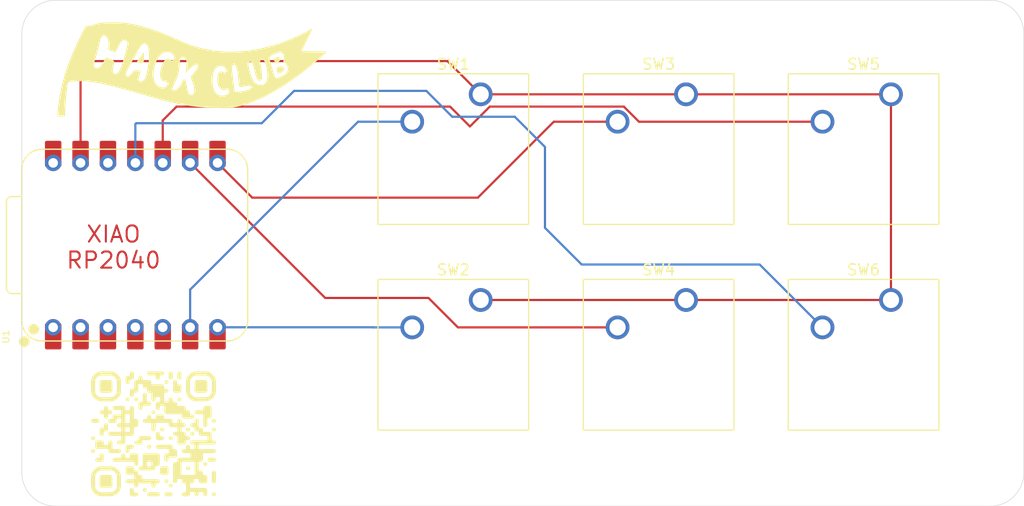
<source format=kicad_pcb>
(kicad_pcb (version 20241229) (generator "pcbnew") (generator_version "9.0")
  (layers (0 "F.Cu" signal) (2 "B.Cu" signal) (13 "F.Paste" user) (15 "B.Paste" user) (5 "F.SilkS" user "F.Silkscreen") (7 "B.SilkS" user "B.Silkscreen") (1 "F.Mask" user) (3 "B.Mask" user) (25 "Edge.Cuts" user))
  (net 0 "")
  (net 1 "GND")
  (net 2 "Net-(U1-GPIO7{slash}SCL)")
  (net 3 "Net-(U1-GPIO0{slash}TX)")
  (net 4 "Net-(U1-GPIO1{slash}RX)")
  (net 5 "Net-(U1-GPIO2{slash}SCK)")
  (net 6 "Net-(U1-GPIO4{slash}MISO)")
  (net 7 "Net-(U1-GPIO3{slash}MOSI)")
  (net 9 "+5V")
  (footprint "Button_Switch_Keyboard:SW_Cherry_MX_1.00u_PCB" (layer "F.Cu") (at 114.781 63.12)
    (property "Reference" "SW3" (at -2.54 -2.794 0) (layer "F.SilkS"))
    (property "Value" "SW_Push")
    (pad "" np_thru_hole circle (at -7.62 5.08) (size 1.7 1.7) (drill 1.7) (layers "*.Cu" "*.Mask"))
    (pad "" np_thru_hole circle (at -2.54 5.08) (size 4 4) (drill 4) (layers "*.Cu" "*.Mask"))
    (pad "" np_thru_hole circle (at 2.54 5.08) (size 1.7 1.7) (drill 1.7) (layers "*.Cu" "*.Mask"))
    (pad "1" thru_hole circle (at 0 0) (size 2.2 2.2) (drill 1.5) (layers "*.Cu" "*.Mask") (net 1 "GND"))
    (pad "2" thru_hole circle (at -6.35 2.54) (size 2.2 2.2) (drill 1.5) (layers "*.Cu" "*.Mask") (net 4 "Net-(U1-GPIO1{slash}RX)"))
  )
  (footprint "Button_Switch_Keyboard:SW_Cherry_MX_1.00u_PCB" (layer "F.Cu") (at 95.74 63.12)
    (property "Reference" "SW1" (at -2.54 -2.794 0) (layer "F.SilkS"))
    (property "Value" "SW_Push")
    (pad "" np_thru_hole circle (at -7.62 5.08) (size 1.7 1.7) (drill 1.7) (layers "*.Cu" "*.Mask"))
    (pad "" np_thru_hole circle (at -2.54 5.08) (size 4 4) (drill 4) (layers "*.Cu" "*.Mask"))
    (pad "" np_thru_hole circle (at 2.54 5.08) (size 1.7 1.7) (drill 1.7) (layers "*.Cu" "*.Mask"))
    (pad "1" thru_hole circle (at 0 0) (size 2.2 2.2) (drill 1.5) (layers "*.Cu" "*.Mask") (net 1 "GND"))
    (pad "2" thru_hole circle (at -6.35 2.54) (size 2.2 2.2) (drill 1.5) (layers "*.Cu" "*.Mask") (net 2 "Net-(U1-GPIO7{slash}SCL)"))
  )
  (footprint "Button_Switch_Keyboard:SW_Cherry_MX_1.00u_PCB" (layer "F.Cu") (at 133.781 63.12)
    (property "Reference" "SW5" (at -2.54 -2.794 0) (layer "F.SilkS"))
    (property "Value" "SW_Push")
    (pad "" np_thru_hole circle (at -7.62 5.08) (size 1.7 1.7) (drill 1.7) (layers "*.Cu" "*.Mask"))
    (pad "" np_thru_hole circle (at -2.54 5.08) (size 4 4) (drill 4) (layers "*.Cu" "*.Mask"))
    (pad "" np_thru_hole circle (at 2.54 5.08) (size 1.7 1.7) (drill 1.7) (layers "*.Cu" "*.Mask"))
    (pad "1" thru_hole circle (at 0 0) (size 2.2 2.2) (drill 1.5) (layers "*.Cu" "*.Mask") (net 1 "GND"))
    (pad "2" thru_hole circle (at -6.35 2.54) (size 2.2 2.2) (drill 1.5) (layers "*.Cu" "*.Mask") (net 6 "Net-(U1-GPIO4{slash}MISO)"))
  )
  (footprint "Button_Switch_Keyboard:SW_Cherry_MX_1.00u_PCB" (layer "F.Cu") (at 133.781 82.1895)
    (property "Reference" "SW6" (at -2.54 -2.794 0) (layer "F.SilkS"))
    (property "Value" "SW_Push")
    (pad "" np_thru_hole circle (at -7.62 5.08) (size 1.7 1.7) (drill 1.7) (layers "*.Cu" "*.Mask"))
    (pad "" np_thru_hole circle (at -2.54 5.08) (size 4 4) (drill 4) (layers "*.Cu" "*.Mask"))
    (pad "" np_thru_hole circle (at 2.54 5.08) (size 1.7 1.7) (drill 1.7) (layers "*.Cu" "*.Mask"))
    (pad "1" thru_hole circle (at 0 0) (size 2.2 2.2) (drill 1.5) (layers "*.Cu" "*.Mask") (net 1 "GND"))
    (pad "2" thru_hole circle (at -6.35 2.54) (size 2.2 2.2) (drill 1.5) (layers "*.Cu" "*.Mask") (net 7 "Net-(U1-GPIO3{slash}MOSI)"))
  )
  (footprint "Button_Switch_Keyboard:SW_Cherry_MX_1.00u_PCB" (layer "F.Cu") (at 114.781 82.1895)
    (property "Reference" "SW4" (at -2.54 -2.794 0) (layer "F.SilkS"))
    (property "Value" "SW_Push")
    (pad "" np_thru_hole circle (at -7.62 5.08) (size 1.7 1.7) (drill 1.7) (layers "*.Cu" "*.Mask"))
    (pad "" np_thru_hole circle (at -2.54 5.08) (size 4 4) (drill 4) (layers "*.Cu" "*.Mask"))
    (pad "" np_thru_hole circle (at 2.54 5.08) (size 1.7 1.7) (drill 1.7) (layers "*.Cu" "*.Mask"))
    (pad "1" thru_hole circle (at 0 0) (size 2.2 2.2) (drill 1.5) (layers "*.Cu" "*.Mask") (net 1 "GND"))
    (pad "2" thru_hole circle (at -6.35 2.54) (size 2.2 2.2) (drill 1.5) (layers "*.Cu" "*.Mask") (net 5 "Net-(U1-GPIO2{slash}SCK)"))
  )
  (footprint "Button_Switch_Keyboard:SW_Cherry_MX_1.00u_PCB" (layer "F.Cu") (at 95.74 82.1895)
    (property "Reference" "SW2" (at -2.54 -2.794 0) (layer "F.SilkS"))
    (property "Value" "SW_Push")
    (pad "" np_thru_hole circle (at -7.62 5.08) (size 1.7 1.7) (drill 1.7) (layers "*.Cu" "*.Mask"))
    (pad "" np_thru_hole circle (at -2.54 5.08) (size 4 4) (drill 4) (layers "*.Cu" "*.Mask"))
    (pad "" np_thru_hole circle (at 2.54 5.08) (size 1.7 1.7) (drill 1.7) (layers "*.Cu" "*.Mask"))
    (pad "1" thru_hole circle (at 0 0) (size 2.2 2.2) (drill 1.5) (layers "*.Cu" "*.Mask") (net 1 "GND"))
    (pad "2" thru_hole circle (at -6.35 2.54) (size 2.2 2.2) (drill 1.5) (layers "*.Cu" "*.Mask") (net 3 "Net-(U1-GPIO0{slash}TX)"))
  )
  (footprint "LOGO" (layer "F.Cu") (at 69 60.8)
    (property "Reference" "G***" (hide yes))
    (property "Value" "LOGO" (hide yes))
  )
  (footprint "LOGO" (layer "F.Cu") (at 65.4 94.6)
    (property "Reference" "G***" (hide yes))
    (property "Value" "LOGO" (hide yes))
  )
  (footprint "Seeed Studio XIAO Series Library:XIAO-RP2040-DIP" (layer "F.Cu") (at 63.72 77.1 90)
    (property "Reference" "U1" (at -8.5 -12 90) (layer "F.SilkS") (effects (font (size 0.635 0.635) (thickness 0.1016))))
    (property "Value" "XIAO-RP2040-DIP")
    (pad "1" smd roundrect (at -8.455 -7.62 270) (size 2.432 1.524) (layers "F.Cu" "F.Mask") (roundrect_rratio 0.1))
    (pad "1" thru_hole circle (at -7.62 -7.62 270) (size 1.524 1.524) (drill 0.889) (layers "*.Cu" "*.Mask"))
    (pad "2" smd roundrect (at -8.455 -5.08 270) (size 2.432 1.524) (layers "F.Cu" "F.Mask") (roundrect_rratio 0.1))
    (pad "2" thru_hole circle (at -7.62 -5.08 270) (size 1.524 1.524) (drill 0.889) (layers "*.Cu" "*.Mask"))
    (pad "3" smd roundrect (at -8.455 -2.54 270) (size 2.432 1.524) (layers "F.Cu" "F.Mask") (roundrect_rratio 0.1))
    (pad "3" thru_hole circle (at -7.62 -2.54 270) (size 1.524 1.524) (drill 0.889) (layers "*.Cu" "*.Mask"))
    (pad "4" smd roundrect (at -8.455 0 270) (size 2.432 1.524) (layers "F.Cu" "F.Mask") (roundrect_rratio 0.1))
    (pad "4" thru_hole circle (at -7.62 0 270) (size 1.524 1.524) (drill 0.889) (layers "*.Cu" "*.Mask"))
    (pad "5" smd roundrect (at -8.455 2.54 270) (size 2.432 1.524) (layers "F.Cu" "F.Mask") (roundrect_rratio 0.1))
    (pad "5" thru_hole circle (at -7.62 2.54 270) (size 1.524 1.524) (drill 0.889) (layers "*.Cu" "*.Mask"))
    (pad "6" smd roundrect (at -8.455 5.08 270) (size 2.432 1.524) (layers "F.Cu" "F.Mask") (roundrect_rratio 0.1) (net 2 "Net-(U1-GPIO7{slash}SCL)"))
    (pad "6" thru_hole circle (at -7.62 5.08 270) (size 1.524 1.524) (drill 0.889) (layers "*.Cu" "*.Mask") (net 2 "Net-(U1-GPIO7{slash}SCL)"))
    (pad "7" smd roundrect (at -8.455 7.62 270) (size 2.432 1.524) (layers "F.Cu" "F.Mask") (roundrect_rratio 0.1) (net 3 "Net-(U1-GPIO0{slash}TX)"))
    (pad "7" thru_hole circle (at -7.62 7.62 270) (size 1.524 1.524) (drill 0.889) (layers "*.Cu" "*.Mask") (net 3 "Net-(U1-GPIO0{slash}TX)"))
    (pad "8" thru_hole circle (at 7.62 7.62 90) (size 1.524 1.524) (drill 0.889) (layers "*.Cu" "*.Mask") (net 4 "Net-(U1-GPIO1{slash}RX)"))
    (pad "8" smd roundrect (at 8.455 7.62 90) (size 2.432 1.524) (layers "F.Cu" "F.Mask") (roundrect_rratio 0.1) (net 4 "Net-(U1-GPIO1{slash}RX)"))
    (pad "9" thru_hole circle (at 7.62 5.08 90) (size 1.524 1.524) (drill 0.889) (layers "*.Cu" "*.Mask") (net 5 "Net-(U1-GPIO2{slash}SCK)"))
    (pad "9" smd roundrect (at 8.455 5.08 90) (size 2.432 1.524) (layers "F.Cu" "F.Mask") (roundrect_rratio 0.1) (net 5 "Net-(U1-GPIO2{slash}SCK)"))
    (pad "10" thru_hole circle (at 7.62 2.54 90) (size 1.524 1.524) (drill 0.889) (layers "*.Cu" "*.Mask") (net 6 "Net-(U1-GPIO4{slash}MISO)"))
    (pad "10" smd roundrect (at 8.455 2.54 90) (size 2.432 1.524) (layers "F.Cu" "F.Mask") (roundrect_rratio 0.1) (net 6 "Net-(U1-GPIO4{slash}MISO)"))
    (pad "11" thru_hole circle (at 7.62 0 90) (size 1.524 1.524) (drill 0.889) (layers "*.Cu" "*.Mask") (net 7 "Net-(U1-GPIO3{slash}MOSI)"))
    (pad "11" smd roundrect (at 8.455 0 90) (size 2.432 1.524) (layers "F.Cu" "F.Mask") (roundrect_rratio 0.1) (net 7 "Net-(U1-GPIO3{slash}MOSI)"))
    (pad "12" thru_hole circle (at 7.62 -2.54 90) (size 1.524 1.524) (drill 0.889) (layers "*.Cu" "*.Mask"))
    (pad "12" smd roundrect (at 8.455 -2.54 90) (size 2.432 1.524) (layers "F.Cu" "F.Mask") (roundrect_rratio 0.1))
    (pad "13" thru_hole circle (at 7.62 -5.08 90) (size 1.524 1.524) (drill 0.889) (layers "*.Cu" "*.Mask") (net 1 "GND"))
    (pad "13" smd roundrect (at 8.455 -5.08 90) (size 2.432 1.524) (layers "F.Cu" "F.Mask") (roundrect_rratio 0.1) (net 1 "GND"))
    (pad "14" thru_hole circle (at 7.62 -7.62 90) (size 1.524 1.524) (drill 0.889) (layers "*.Cu" "*.Mask") (net 9 "+5V"))
    (pad "14" smd roundrect (at 8.455 -7.62 90) (size 2.432 1.524) (layers "F.Cu" "F.Mask") (roundrect_rratio 0.1) (net 9 "+5V"))
  )
  (gr_arc (start 53.2 57.5) (mid 54.107969 55.307969) (end 56.3 54.4) (stroke (width 0.05)) (layer "Edge.Cuts"))
  (gr_arc (start 146.1 98.2) (mid 145.192031 100.392031) (end 143 101.3) (stroke (width 0.05)) (layer "Edge.Cuts"))
  (gr_arc (start 56.3 101.3) (mid 54.107969 100.392031) (end 53.2 98.2) (stroke (width 0.05)) (layer "Edge.Cuts"))
  (gr_line (start 53.2 98.2) (end 53.2 57.5) (stroke (width 0.05)) (layer "Edge.Cuts"))
  (gr_line (start 56.3 54.4) (end 143 54.4) (stroke (width 0.05)) (layer "Edge.Cuts"))
  (gr_line (start 143 101.3) (end 56.3 101.3) (stroke (width 0.05)) (layer "Edge.Cuts"))
  (gr_arc (start 143 54.4) (mid 145.192031 55.307969) (end 146.1 57.5) (stroke (width 0.05)) (layer "Edge.Cuts"))
  (gr_line (start 146.1 57.5) (end 146.1 98.2) (stroke (width 0.05)) (layer "Edge.Cuts"))
  (gr_text "XIAO\nRP2040" (at 61.7 77.3 0) (layer "F.Cu") (effects (font (size 1.5 1.5) (thickness 0.1875))))
  (segment (start 92.66 60.04) (end 58.74 60.04) (width 0.2) (layer "F.Cu") (net 1))
  (segment (start 133.781 82.1895) (end 133.781 63.12) (width 0.2) (layer "F.Cu") (net 1))
  (segment (start 58.74 60.04) (end 58.7 60) (width 0.2) (layer "F.Cu") (net 1))
  (segment (start 114.781 82.1895) (end 133.781 82.1895) (width 0.2) (layer "F.Cu") (net 1))
  (segment (start 95.74 82.1895) (end 114.781 82.1895) (width 0.2) (layer "F.Cu") (net 1))
  (segment (start 133.781 63.12) (end 114.781 63.12) (width 0.2) (layer "F.Cu") (net 1))
  (segment (start 58.64 60.06) (end 58.64 68.645) (width 0.2) (layer "F.Cu") (net 1))
  (segment (start 58.7 60) (end 58.64 60.06) (width 0.2) (layer "F.Cu") (net 1))
  (segment (start 114.781 63.12) (end 95.74 63.12) (width 0.2) (layer "F.Cu") (net 1))
  (segment (start 95.74 63.12) (end 92.66 60.04) (width 0.2) (layer "F.Cu") (net 1))
  (segment (start 89.39 65.66) (end 88.65 66.4) (width 0.2) (layer "B.Cu") (net 2))
  (segment (start 68.8 81.2329) (end 84.3729 65.66) (width 0.2) (layer "B.Cu") (net 2))
  (segment (start 84.3729 65.66) (end 89.39 65.66) (width 0.2) (layer "B.Cu") (net 2))
  (segment (start 68.8 84.72) (end 68.8 81.2329) (width 0.2) (layer "B.Cu") (net 2))
  (segment (start 85.741 84.7295) (end 85.7315 84.72) (width 0.2) (layer "B.Cu") (net 3))
  (segment (start 85.7315 84.72) (end 71.34 84.72) (width 0.2) (layer "B.Cu") (net 3))
  (segment (start 89.39 84.7295) (end 85.741 84.7295) (width 0.2) (layer "B.Cu") (net 3))
  (segment (start 102.51847 65.66) (end 95.47847 72.7) (width 0.2) (layer "F.Cu") (net 4))
  (segment (start 95.47847 72.7) (end 74.56 72.7) (width 0.2) (layer "F.Cu") (net 4))
  (segment (start 108.431 65.66) (end 102.51847 65.66) (width 0.2) (layer "F.Cu") (net 4))
  (segment (start 74.56 72.7) (end 71.34 69.48) (width 0.2) (layer "F.Cu") (net 4))
  (segment (start 93.6295 84.7295) (end 90.9 82) (width 0.2) (layer "F.Cu") (net 5))
  (segment (start 90.9 82) (end 81.32 82) (width 0.2) (layer "F.Cu") (net 5))
  (segment (start 81.32 82) (end 68.8 69.48) (width 0.2) (layer "F.Cu") (net 5))
  (segment (start 108.431 84.7295) (end 93.6295 84.7295) (width 0.2) (layer "F.Cu") (net 5))
  (segment (start 94.741314 66.1) (end 92.900314 64.259) (width 0.2) (layer "F.Cu") (net 6))
  (segment (start 92.900314 64.259) (end 67.541 64.259) (width 0.2) (layer "F.Cu") (net 6))
  (segment (start 127.431 65.66) (end 110.412314 65.66) (width 0.2) (layer "F.Cu") (net 6))
  (segment (start 67.541 64.259) (end 66.26 65.54) (width 0.2) (layer "F.Cu") (net 6))
  (segment (start 110.412314 65.66) (end 109.011314 64.259) (width 0.2) (layer "F.Cu") (net 6))
  (segment (start 66.26 65.54) (end 66.26 68.645) (width 0.2) (layer "F.Cu") (net 6))
  (segment (start 109.011314 64.259) (end 96.582314 64.259) (width 0.2) (layer "F.Cu") (net 6))
  (segment (start 96.582314 64.259) (end 94.741314 66.1) (width 0.2) (layer "F.Cu") (net 6))
  (segment (start 105.1 78.9) (end 101.7 75.5) (width 0.2) (layer "B.Cu") (net 7))
  (segment (start 93.1 65.2) (end 90.7 62.8) (width 0.2) (layer "B.Cu") (net 7))
  (segment (start 101.7 68) (end 98.9 65.2) (width 0.2) (layer "B.Cu") (net 7))
  (segment (start 98.9 65.2) (end 93.1 65.2) (width 0.2) (layer "B.Cu") (net 7))
  (segment (start 121.6015 78.9) (end 105.1 78.9) (width 0.2) (layer "B.Cu") (net 7))
  (segment (start 101.7 75.5) (end 101.7 68) (width 0.2) (layer "B.Cu") (net 7))
  (segment (start 127.431 84.7295) (end 121.6015 78.9) (width 0.2) (layer "B.Cu") (net 7))
  (segment (start 90.7 62.8) (end 78.44 62.8) (width 0.2) (layer "B.Cu") (net 7))
  (segment (start 63.8 65.8) (end 63.72 65.88) (width 0.2) (layer "B.Cu") (net 7))
  (segment (start 78.44 62.8) (end 75.44 65.8) (width 0.2) (layer "B.Cu") (net 7))
  (segment (start 75.44 65.8) (end 63.8 65.8) (width 0.2) (layer "B.Cu") (net 7))
  (segment (start 63.72 65.88) (end 63.72 69.48) (width 0.2) (layer "B.Cu") (net 7))
)
</source>
